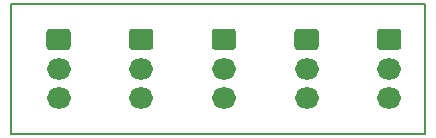
<source format=gbr>
%TF.GenerationSoftware,KiCad,Pcbnew,(5.1.9)-1*%
%TF.CreationDate,2021-06-10T11:00:13+02:00*%
%TF.ProjectId,20_Multiprise_JST_3pins,32305f4d-756c-4746-9970-726973655f4a,rev?*%
%TF.SameCoordinates,Original*%
%TF.FileFunction,Soldermask,Top*%
%TF.FilePolarity,Negative*%
%FSLAX46Y46*%
G04 Gerber Fmt 4.6, Leading zero omitted, Abs format (unit mm)*
G04 Created by KiCad (PCBNEW (5.1.9)-1) date 2021-06-10 11:00:13*
%MOMM*%
%LPD*%
G01*
G04 APERTURE LIST*
%TA.AperFunction,Profile*%
%ADD10C,0.150000*%
%TD*%
%ADD11O,2.050000X1.800000*%
G04 APERTURE END LIST*
D10*
X145000000Y-133000000D02*
X145000000Y-122000000D01*
X180000000Y-133000000D02*
X145000000Y-133000000D01*
X180000000Y-122000000D02*
X180000000Y-133000000D01*
X145000000Y-122000000D02*
X180000000Y-122000000D01*
%TO.C,J1*%
G36*
G01*
X148239705Y-124100000D02*
X149760295Y-124100000D01*
G75*
G02*
X150025000Y-124364705I0J-264705D01*
G01*
X150025000Y-125635295D01*
G75*
G02*
X149760295Y-125900000I-264705J0D01*
G01*
X148239705Y-125900000D01*
G75*
G02*
X147975000Y-125635295I0J264705D01*
G01*
X147975000Y-124364705D01*
G75*
G02*
X148239705Y-124100000I264705J0D01*
G01*
G37*
D11*
X149000000Y-127500000D03*
X149000000Y-130000000D03*
%TD*%
%TO.C,J2*%
X156000000Y-130000000D03*
X156000000Y-127500000D03*
G36*
G01*
X155239705Y-124100000D02*
X156760295Y-124100000D01*
G75*
G02*
X157025000Y-124364705I0J-264705D01*
G01*
X157025000Y-125635295D01*
G75*
G02*
X156760295Y-125900000I-264705J0D01*
G01*
X155239705Y-125900000D01*
G75*
G02*
X154975000Y-125635295I0J264705D01*
G01*
X154975000Y-124364705D01*
G75*
G02*
X155239705Y-124100000I264705J0D01*
G01*
G37*
%TD*%
%TO.C,J3*%
G36*
G01*
X162239705Y-124100000D02*
X163760295Y-124100000D01*
G75*
G02*
X164025000Y-124364705I0J-264705D01*
G01*
X164025000Y-125635295D01*
G75*
G02*
X163760295Y-125900000I-264705J0D01*
G01*
X162239705Y-125900000D01*
G75*
G02*
X161975000Y-125635295I0J264705D01*
G01*
X161975000Y-124364705D01*
G75*
G02*
X162239705Y-124100000I264705J0D01*
G01*
G37*
X163000000Y-127500000D03*
X163000000Y-130000000D03*
%TD*%
%TO.C,J4*%
X170000000Y-130000000D03*
X170000000Y-127500000D03*
G36*
G01*
X169239705Y-124100000D02*
X170760295Y-124100000D01*
G75*
G02*
X171025000Y-124364705I0J-264705D01*
G01*
X171025000Y-125635295D01*
G75*
G02*
X170760295Y-125900000I-264705J0D01*
G01*
X169239705Y-125900000D01*
G75*
G02*
X168975000Y-125635295I0J264705D01*
G01*
X168975000Y-124364705D01*
G75*
G02*
X169239705Y-124100000I264705J0D01*
G01*
G37*
%TD*%
%TO.C,J5*%
G36*
G01*
X176239705Y-124100000D02*
X177760295Y-124100000D01*
G75*
G02*
X178025000Y-124364705I0J-264705D01*
G01*
X178025000Y-125635295D01*
G75*
G02*
X177760295Y-125900000I-264705J0D01*
G01*
X176239705Y-125900000D01*
G75*
G02*
X175975000Y-125635295I0J264705D01*
G01*
X175975000Y-124364705D01*
G75*
G02*
X176239705Y-124100000I264705J0D01*
G01*
G37*
X177000000Y-127500000D03*
X177000000Y-130000000D03*
%TD*%
M02*

</source>
